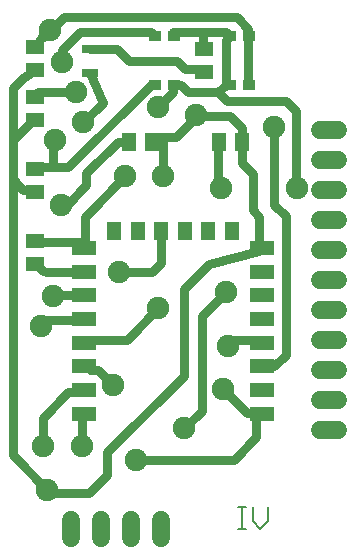
<source format=gbr>
G04 EAGLE Gerber X2 export*
%TF.Part,Single*%
%TF.FileFunction,Copper,L1,Top,Mixed*%
%TF.FilePolarity,Positive*%
%TF.GenerationSoftware,Autodesk,EAGLE,9.7.0*%
%TF.CreationDate,2022-02-15T16:10:41Z*%
G75*
%MOMM*%
%FSLAX34Y34*%
%LPD*%
%INTop Copper*%
%AMOC8*
5,1,8,0,0,1.08239X$1,22.5*%
G01*
G04 Define Apertures*
%ADD10C,0.152400*%
%ADD11R,1.000000X0.900000*%
%ADD12C,1.524000*%
%ADD13R,1.500000X1.300000*%
%ADD14R,1.300000X1.500000*%
%ADD15R,2.000000X1.200000*%
%ADD16R,1.200000X1.500000*%
%ADD17R,1.361800X0.761800*%
%ADD18C,0.762000*%
%ADD19C,1.905000*%
D10*
X199599Y17695D02*
X205869Y17695D01*
X202734Y17695D02*
X202734Y36507D01*
X199599Y36507D02*
X205869Y36507D01*
X212072Y36507D02*
X212072Y23966D01*
X218343Y17695D01*
X224614Y23966D01*
X224614Y36507D01*
D11*
X129160Y434520D03*
X145160Y434520D03*
X145160Y393520D03*
X129160Y393520D03*
X208440Y393520D03*
X192440Y393520D03*
X192440Y434520D03*
X208440Y434520D03*
D12*
X269240Y355600D02*
X284480Y355600D01*
X284480Y330200D02*
X269240Y330200D01*
X269240Y304800D02*
X284480Y304800D01*
X284480Y279400D02*
X269240Y279400D01*
X269240Y254000D02*
X284480Y254000D01*
X284480Y228600D02*
X269240Y228600D01*
X269240Y203200D02*
X284480Y203200D01*
X284480Y177800D02*
X269240Y177800D01*
X269240Y152400D02*
X284480Y152400D01*
X284480Y127000D02*
X269240Y127000D01*
X269240Y101600D02*
X284480Y101600D01*
D13*
X27940Y425300D03*
X27940Y406300D03*
X27940Y382880D03*
X27940Y363880D03*
X27940Y321920D03*
X27940Y302920D03*
D14*
X107340Y345440D03*
X126340Y345440D03*
D13*
X27940Y260960D03*
X27940Y241960D03*
D14*
X183540Y345440D03*
X202540Y345440D03*
D12*
X58420Y25400D02*
X58420Y10160D01*
X83820Y10160D02*
X83820Y25400D01*
X109220Y25400D02*
X109220Y10160D01*
X134620Y10160D02*
X134620Y25400D01*
D15*
X219380Y255200D03*
X219380Y235200D03*
X219380Y215200D03*
X219380Y195200D03*
X219380Y175200D03*
X219380Y155200D03*
X219380Y135200D03*
X219380Y115200D03*
D16*
X194380Y270200D03*
X174380Y270200D03*
X154380Y270200D03*
X134380Y270200D03*
X114380Y270200D03*
X94380Y270200D03*
D15*
X69380Y255200D03*
X69380Y235200D03*
X69380Y215200D03*
X69380Y195200D03*
X69380Y175200D03*
X69380Y155200D03*
X69380Y135200D03*
X69380Y115200D03*
D17*
X74171Y424270D03*
X74171Y403770D03*
D13*
X170300Y423520D03*
X170300Y404520D03*
D18*
X151130Y393700D02*
X144780Y393700D01*
X151130Y393700D02*
X157480Y387350D01*
X182880Y387350D01*
X189230Y393700D01*
X189230Y438150D02*
X170180Y438150D01*
X144780Y438150D01*
X145160Y434520D01*
X189230Y438150D02*
X192440Y434520D01*
X170180Y438150D02*
X170180Y425450D01*
X170300Y423520D01*
X189230Y431800D02*
X189230Y393700D01*
X192440Y393520D01*
X189230Y431800D02*
X192440Y434520D01*
X68580Y260350D02*
X30480Y260350D01*
X27940Y260960D01*
X68580Y260350D02*
X69380Y255200D01*
X69850Y255636D02*
X69850Y281940D01*
X104140Y316230D01*
X69850Y255636D02*
X69380Y255200D01*
X144780Y387350D02*
X144780Y393700D01*
X144780Y387350D02*
X132080Y374650D01*
X144780Y393700D02*
X145160Y393520D01*
D19*
X104140Y316230D03*
X132080Y374650D03*
D18*
X240030Y379730D02*
X248158Y371602D01*
D19*
X249277Y306197D03*
D18*
X248158Y307316D02*
X248158Y371602D01*
X248158Y307316D02*
X249277Y306197D01*
X190500Y379730D02*
X182880Y387350D01*
X190500Y379730D02*
X240030Y379730D01*
X132080Y349250D02*
X126340Y345440D01*
X135890Y349250D02*
X135890Y316230D01*
X165100Y367030D02*
X163830Y368300D01*
X24130Y304800D02*
X17780Y304800D01*
X8890Y313690D01*
X8890Y346710D01*
X24130Y361950D01*
X24130Y304800D02*
X27940Y302920D01*
X24130Y361950D02*
X27940Y363880D01*
X8890Y391160D02*
X17066Y399336D01*
X8890Y391160D02*
X8890Y346710D01*
X17066Y399336D02*
X27940Y406300D01*
X8890Y313690D02*
X8890Y80009D01*
X38100Y50800D01*
X153670Y220980D02*
X174741Y242051D01*
X153670Y220980D02*
X153670Y147320D01*
X88900Y82550D01*
X88900Y63500D01*
X73660Y48260D01*
X40640Y48260D01*
X38100Y50800D01*
X216876Y252696D02*
X219380Y255200D01*
X216876Y252696D02*
X174741Y242051D01*
D19*
X135890Y316230D03*
X163830Y368300D03*
X38100Y50800D03*
D18*
X217170Y281889D02*
X211836Y287223D01*
X217170Y281889D02*
X217170Y257410D01*
X219380Y255200D01*
X211836Y318364D02*
X202540Y327660D01*
X202540Y345440D01*
X211836Y318364D02*
X211836Y287223D01*
X202540Y345440D02*
X202540Y357374D01*
X192884Y367030D01*
X165100Y367030D01*
X135890Y349250D02*
X132080Y349250D01*
X135890Y349250D02*
X147320Y349250D01*
X165100Y367030D01*
X186690Y135890D02*
X207010Y115570D01*
X219058Y115570D01*
X219380Y115200D01*
X208280Y393700D02*
X208280Y431800D01*
X208280Y393700D02*
X208440Y393520D01*
X208280Y431800D02*
X208440Y434520D01*
X40640Y440055D02*
X34925Y434340D01*
X33738Y434340D01*
X27940Y425300D01*
X208440Y434520D02*
X208163Y440807D01*
X219380Y115200D02*
X214630Y114300D01*
D19*
X186690Y135890D03*
X113030Y76200D03*
X40640Y440055D03*
D18*
X198246Y450724D02*
X208163Y440807D01*
X198246Y450724D02*
X51944Y450724D01*
X41275Y440055D01*
X40640Y440055D01*
X214630Y114300D02*
X214630Y95072D01*
X195758Y76200D01*
X113030Y76200D01*
X69380Y115200D02*
X67310Y113130D01*
X67310Y87630D01*
D19*
X67310Y87630D03*
D18*
X68580Y234950D02*
X37523Y234950D01*
X34047Y235853D01*
X27940Y241960D01*
X68580Y234950D02*
X69380Y235200D01*
X55880Y323850D02*
X125730Y393700D01*
X43180Y323850D02*
X30480Y323850D01*
X43180Y323850D02*
X55880Y323850D01*
X125730Y393700D02*
X129160Y393520D01*
X30480Y323850D02*
X27940Y321920D01*
X129160Y434520D02*
X125730Y438150D01*
X69380Y195200D02*
X68490Y194310D01*
X38100Y194310D01*
X33020Y189230D01*
D19*
X50800Y412750D03*
X44578Y346582D03*
X33020Y189230D03*
D18*
X43180Y323850D02*
X43180Y345184D01*
X44578Y346582D01*
X65579Y438150D02*
X125730Y438150D01*
X65579Y438150D02*
X50800Y423371D01*
X50800Y412750D01*
X44450Y215900D02*
X68580Y215900D01*
X44450Y215900D02*
X43180Y214630D01*
X68580Y215900D02*
X69380Y215200D01*
D19*
X43180Y214630D03*
D18*
X54610Y292100D02*
X70993Y308483D01*
X70993Y318567D01*
X97866Y345440D02*
X107340Y345440D01*
X97866Y345440D02*
X70993Y318567D01*
D19*
X49537Y292100D03*
D18*
X54610Y292100D01*
X62230Y387350D02*
X30480Y387350D01*
X240030Y165100D02*
X230130Y155200D01*
X27940Y382880D02*
X30480Y387350D01*
X219380Y155200D02*
X230130Y155200D01*
D19*
X62230Y387350D03*
X230251Y358140D03*
D18*
X230251Y292100D02*
X240030Y282321D01*
X230251Y292100D02*
X230251Y358140D01*
X240030Y282321D02*
X240030Y165100D01*
X214630Y177800D02*
X195580Y177800D01*
X214630Y177800D02*
X219380Y175200D01*
D19*
X190627Y172543D03*
D18*
X190627Y172847D02*
X195580Y177800D01*
X190627Y172847D02*
X190627Y172543D01*
X68580Y133350D02*
X55880Y133350D01*
X34290Y111760D01*
X34290Y87630D01*
X68580Y133350D02*
X69380Y135200D01*
D19*
X34290Y87630D03*
D18*
X182880Y308610D02*
X182880Y342900D01*
X182880Y308610D02*
X185420Y306070D01*
X182880Y342900D02*
X183540Y345440D01*
D19*
X185420Y306070D03*
X189230Y218440D03*
X153670Y102616D03*
D18*
X168783Y117729D01*
X168783Y197993D02*
X189230Y218440D01*
X168783Y197993D02*
X168783Y117729D01*
X105410Y177800D02*
X74930Y177800D01*
X105410Y177800D02*
X132080Y204470D01*
X74930Y177800D02*
X69380Y175200D01*
D19*
X132080Y204470D03*
D18*
X81280Y152400D02*
X74930Y152400D01*
X81280Y152400D02*
X93980Y139700D01*
X74930Y152400D02*
X69380Y155200D01*
D19*
X93980Y139700D03*
D18*
X68580Y361950D02*
X85119Y378489D01*
X74171Y403770D01*
X134380Y270200D02*
X134380Y242330D01*
D19*
X68580Y361950D03*
X98557Y234950D03*
D18*
X127000Y234950D02*
X134380Y242330D01*
X127000Y234950D02*
X98557Y234950D01*
X170300Y404520D02*
X167760Y407060D01*
X154881Y407060D01*
X147831Y414110D01*
X107191Y414110D01*
X97031Y424270D01*
X74171Y424270D01*
M02*

</source>
